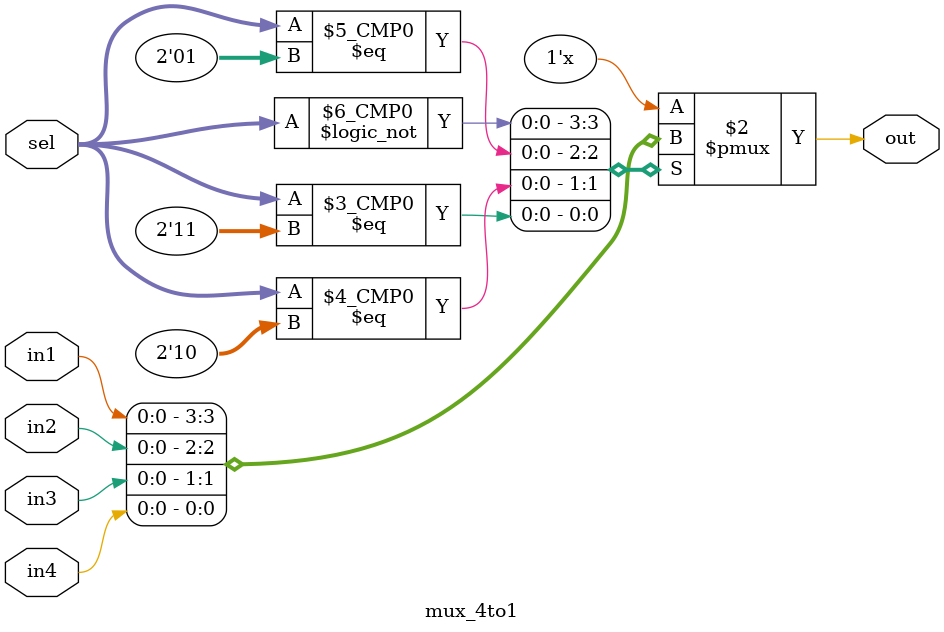
<source format=sv>
module mux_4to1(input in1,
                input in2,
                input in3,
                input in4,
                input [1:0]sel,
                output reg out);
  
  // Multiplexer logic using switch-case statement
  always @ (*) begin
    case (sel)
      2'b00: out = in1;
      2'b01: out = in2;
      2'b10: out = in3;
      2'b11: out = in4;
      default: out = 1'b0; // optional default case
    endcase
  end
  
endmodule

</source>
